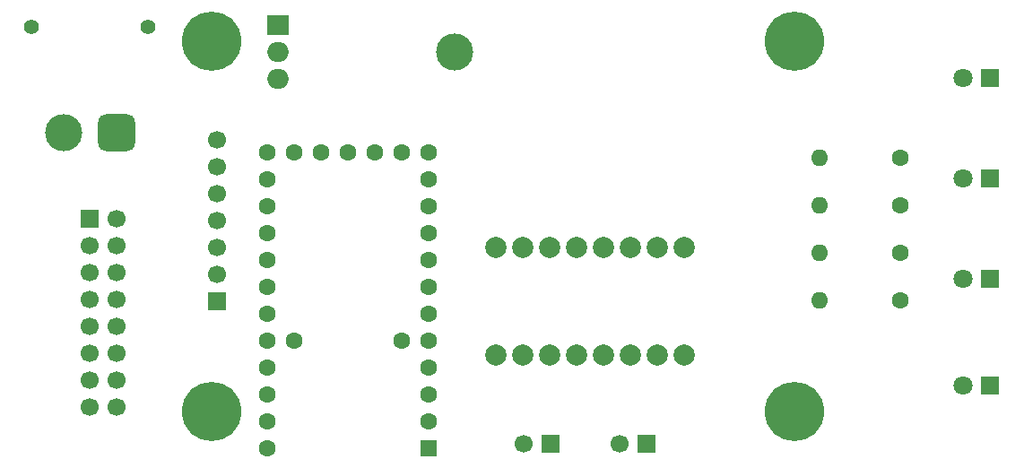
<source format=gbr>
%TF.GenerationSoftware,KiCad,Pcbnew,9.0.1*%
%TF.CreationDate,2025-05-04T20:34:49+10:00*%
%TF.ProjectId,line-follower-mainboard,6c696e65-2d66-46f6-9c6c-6f7765722d6d,rev?*%
%TF.SameCoordinates,Original*%
%TF.FileFunction,Soldermask,Bot*%
%TF.FilePolarity,Negative*%
%FSLAX46Y46*%
G04 Gerber Fmt 4.6, Leading zero omitted, Abs format (unit mm)*
G04 Created by KiCad (PCBNEW 9.0.1) date 2025-05-04 20:34:49*
%MOMM*%
%LPD*%
G01*
G04 APERTURE LIST*
G04 Aperture macros list*
%AMRoundRect*
0 Rectangle with rounded corners*
0 $1 Rounding radius*
0 $2 $3 $4 $5 $6 $7 $8 $9 X,Y pos of 4 corners*
0 Add a 4 corners polygon primitive as box body*
4,1,4,$2,$3,$4,$5,$6,$7,$8,$9,$2,$3,0*
0 Add four circle primitives for the rounded corners*
1,1,$1+$1,$2,$3*
1,1,$1+$1,$4,$5*
1,1,$1+$1,$6,$7*
1,1,$1+$1,$8,$9*
0 Add four rect primitives between the rounded corners*
20,1,$1+$1,$2,$3,$4,$5,0*
20,1,$1+$1,$4,$5,$6,$7,0*
20,1,$1+$1,$6,$7,$8,$9,0*
20,1,$1+$1,$8,$9,$2,$3,0*%
G04 Aperture macros list end*
%ADD10R,1.600000X1.600000*%
%ADD11C,1.600000*%
%ADD12R,1.800000X1.800000*%
%ADD13C,1.800000*%
%ADD14C,2.000000*%
%ADD15C,3.600000*%
%ADD16C,5.600000*%
%ADD17R,1.700000X1.700000*%
%ADD18C,1.700000*%
%ADD19O,1.600000X1.600000*%
%ADD20C,1.400000*%
%ADD21RoundRect,0.770000X-0.980000X-0.980000X0.980000X-0.980000X0.980000X0.980000X-0.980000X0.980000X0*%
%ADD22C,3.500000*%
%ADD23R,2.000000X1.905000*%
%ADD24O,2.000000X1.905000*%
G04 APERTURE END LIST*
D10*
%TO.C,U3*%
X129500000Y-92970000D03*
D11*
X129500000Y-90430000D03*
X129500000Y-87890000D03*
X129500000Y-85350000D03*
X129500000Y-82810000D03*
X129500000Y-80270000D03*
X129500000Y-77730000D03*
X129500000Y-75190000D03*
X129500000Y-72650000D03*
X129500000Y-70110000D03*
X129500000Y-67570000D03*
X129500000Y-65030000D03*
X126960000Y-65030000D03*
X124420000Y-65030000D03*
X121880000Y-65030000D03*
X119340000Y-65030000D03*
X116800000Y-65030000D03*
X114260000Y-65030000D03*
X114260000Y-67570000D03*
X114260000Y-70110000D03*
X114260000Y-72650000D03*
X114260000Y-75190000D03*
X114260000Y-77730000D03*
X114260000Y-80270000D03*
X114260000Y-82810000D03*
X114260000Y-85350000D03*
X114260000Y-87890000D03*
X114260000Y-90430000D03*
X114260000Y-92970000D03*
X126960000Y-82810000D03*
X116800000Y-82810000D03*
%TD*%
D12*
%TO.C,D2*%
X182500000Y-77000000D03*
D13*
X179960000Y-77000000D03*
%TD*%
D14*
%TO.C,U4*%
X153580000Y-74000000D03*
X151040000Y-74000000D03*
X148500000Y-74000000D03*
X145960000Y-74000000D03*
X143420000Y-74000000D03*
X140880000Y-74000000D03*
X138340000Y-74000000D03*
X135800000Y-74000000D03*
X153580000Y-84160000D03*
X151040000Y-84160000D03*
X148500000Y-84160000D03*
X145960000Y-84160000D03*
X143420000Y-84160000D03*
X140880000Y-84160000D03*
X138340000Y-84160000D03*
X135800000Y-84160000D03*
%TD*%
D15*
%TO.C,H3*%
X109000000Y-89500000D03*
D16*
X109000000Y-89500000D03*
%TD*%
D17*
%TO.C,J4*%
X150040000Y-92500000D03*
D18*
X147500000Y-92500000D03*
%TD*%
D11*
%TO.C,R4*%
X173960000Y-65500000D03*
D19*
X166340000Y-65500000D03*
%TD*%
D15*
%TO.C,H2*%
X164000000Y-54500000D03*
D16*
X164000000Y-54500000D03*
%TD*%
D17*
%TO.C,J3*%
X109500000Y-79040000D03*
D18*
X109500000Y-76500000D03*
X109500000Y-73960000D03*
X109500000Y-71420000D03*
X109500000Y-68880000D03*
X109500000Y-66340000D03*
X109500000Y-63800000D03*
%TD*%
D12*
%TO.C,D1*%
X182500000Y-87000000D03*
D13*
X179960000Y-87000000D03*
%TD*%
D15*
%TO.C,H4*%
X164000000Y-89500000D03*
D16*
X164000000Y-89500000D03*
%TD*%
D12*
%TO.C,D4*%
X182500000Y-58000000D03*
D13*
X179960000Y-58000000D03*
%TD*%
D17*
%TO.C,J2*%
X97460000Y-71260000D03*
D18*
X100000000Y-71260000D03*
X97460000Y-73800000D03*
X100000000Y-73800000D03*
X97460000Y-76340000D03*
X100000000Y-76340000D03*
X97460000Y-78880000D03*
X100000000Y-78880000D03*
X97460000Y-81420000D03*
X100000000Y-81420000D03*
X97460000Y-83960000D03*
X100000000Y-83960000D03*
X97460000Y-86500000D03*
X100000000Y-86500000D03*
X97460000Y-89040000D03*
X100000000Y-89040000D03*
%TD*%
D11*
%TO.C,R2*%
X174000000Y-74500000D03*
D19*
X166380000Y-74500000D03*
%TD*%
D20*
%TO.C,J1*%
X92000000Y-53175000D03*
X103000000Y-53175000D03*
D21*
X100000000Y-63175000D03*
D22*
X95000000Y-63175000D03*
%TD*%
%TO.C,U1*%
X131930000Y-55500000D03*
D23*
X115270000Y-52960000D03*
D24*
X115270000Y-55500000D03*
X115270000Y-58040000D03*
%TD*%
D12*
%TO.C,D3*%
X182500000Y-67500000D03*
D13*
X179960000Y-67500000D03*
%TD*%
D15*
%TO.C,H1*%
X109000000Y-54500000D03*
D16*
X109000000Y-54500000D03*
%TD*%
D11*
%TO.C,R3*%
X174000000Y-70000000D03*
D19*
X166380000Y-70000000D03*
%TD*%
D11*
%TO.C,R1*%
X174000000Y-79000000D03*
D19*
X166380000Y-79000000D03*
%TD*%
D17*
%TO.C,J5*%
X141000000Y-92500000D03*
D18*
X138460000Y-92500000D03*
%TD*%
M02*

</source>
